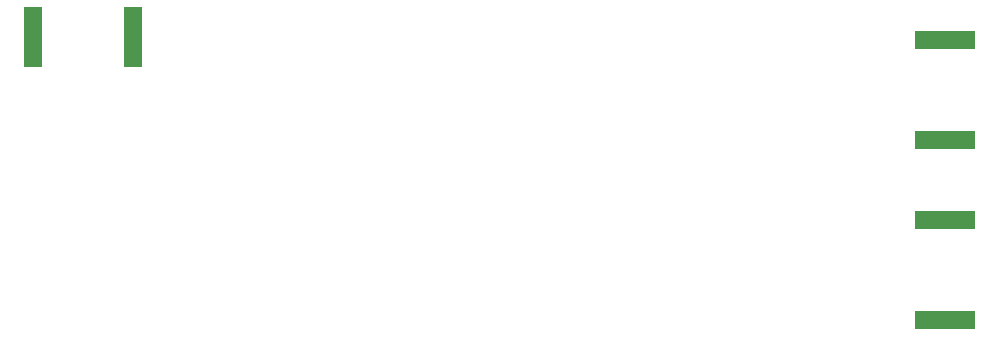
<source format=gbr>
G04 #@! TF.GenerationSoftware,KiCad,Pcbnew,(6.0.0-rc1-dev-1154-gcbd13c712)*
G04 #@! TF.CreationDate,2018-11-27T08:28:51+08:00*
G04 #@! TF.ProjectId,8330_EVA,38333330-5f45-4564-912e-6b696361645f,rev?*
G04 #@! TF.SameCoordinates,Original*
G04 #@! TF.FileFunction,Paste,Bot*
G04 #@! TF.FilePolarity,Positive*
%FSLAX46Y46*%
G04 Gerber Fmt 4.6, Leading zero omitted, Abs format (unit mm)*
G04 Created by KiCad (PCBNEW (6.0.0-rc1-dev-1154-gcbd13c712)) date 2018/11/27 8:28:51*
%MOMM*%
%LPD*%
G01*
G04 APERTURE LIST*
%ADD10R,1.500000X5.080000*%
%ADD11R,5.080000X1.500000*%
G04 APERTURE END LIST*
D10*
G04 #@! TO.C,J2*
X129345000Y-59690000D03*
X120845000Y-59690000D03*
G04 #@! TD*
D11*
G04 #@! TO.C,J4*
X198120000Y-83625000D03*
X198120000Y-75125000D03*
G04 #@! TD*
G04 #@! TO.C,J5*
X198120000Y-59885000D03*
X198120000Y-68385000D03*
G04 #@! TD*
M02*

</source>
